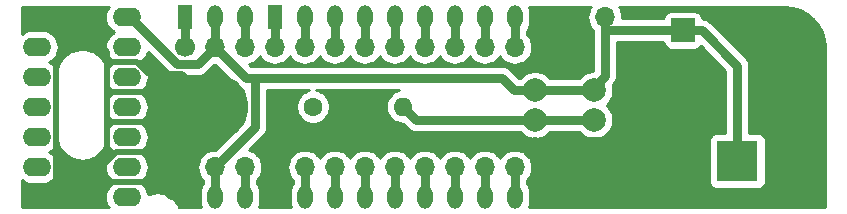
<source format=gbr>
G04 #@! TF.GenerationSoftware,KiCad,Pcbnew,(5.1.4)-1*
G04 #@! TF.CreationDate,2019-11-22T14:09:29+01:00*
G04 #@! TF.ProjectId,ArtNetNode1.3,4172744e-6574-44e6-9f64-65312e332e6b,rev?*
G04 #@! TF.SameCoordinates,Original*
G04 #@! TF.FileFunction,Copper,L1,Top*
G04 #@! TF.FilePolarity,Positive*
%FSLAX46Y46*%
G04 Gerber Fmt 4.6, Leading zero omitted, Abs format (unit mm)*
G04 Created by KiCad (PCBNEW (5.1.4)-1) date 2019-11-22 14:09:29*
%MOMM*%
%LPD*%
G04 APERTURE LIST*
%ADD10O,1.700000X1.700000*%
%ADD11R,1.700000X1.700000*%
%ADD12C,2.000000*%
%ADD13R,2.000000X2.000000*%
%ADD14C,5.600000*%
%ADD15O,1.300000X2.000000*%
%ADD16R,1.300000X2.000000*%
%ADD17C,1.700000*%
%ADD18R,3.500000X3.500000*%
%ADD19C,0.100000*%
%ADD20C,3.000000*%
%ADD21C,3.500000*%
%ADD22C,1.600000*%
%ADD23O,1.600000X1.600000*%
%ADD24R,2.400000X1.600000*%
%ADD25O,2.400000X1.600000*%
%ADD26C,0.800000*%
%ADD27C,0.508000*%
%ADD28C,0.762000*%
%ADD29C,0.254000*%
G04 APERTURE END LIST*
D10*
X210820000Y-58420000D03*
D11*
X208280000Y-58420000D03*
D10*
X175260000Y-71120000D03*
X177800000Y-71120000D03*
X180340000Y-71120000D03*
X182880000Y-71120000D03*
X185420000Y-71120000D03*
X187960000Y-71120000D03*
X190500000Y-71120000D03*
X193040000Y-71120000D03*
X195580000Y-71120000D03*
X198120000Y-71120000D03*
X200660000Y-71120000D03*
X203200000Y-71120000D03*
D12*
X209900000Y-64620000D03*
X209900000Y-67120000D03*
D13*
X209900000Y-69620000D03*
D12*
X204900000Y-69620000D03*
X204900000Y-67120000D03*
X204900000Y-64620000D03*
D13*
X217410000Y-59540000D03*
D12*
X217410000Y-64540000D03*
D14*
X177800000Y-66040000D03*
D15*
X193050000Y-58420000D03*
X195590000Y-58420000D03*
X190510000Y-58420000D03*
X177810000Y-58420000D03*
X180350000Y-58420000D03*
D16*
X182890000Y-58420000D03*
D15*
X187970000Y-58420000D03*
X185430000Y-58420000D03*
X185430000Y-73660000D03*
X187970000Y-73660000D03*
X200670000Y-58420000D03*
X190510000Y-73660000D03*
X193050000Y-73660000D03*
X203210000Y-73660000D03*
X195590000Y-73660000D03*
X203210000Y-58420000D03*
X200670000Y-73660000D03*
D16*
X175270000Y-58420000D03*
D15*
X198130000Y-73660000D03*
X198130000Y-58420000D03*
D16*
X182890000Y-73660000D03*
D15*
X180350000Y-73660000D03*
X177810000Y-73660000D03*
D16*
X175270000Y-73660000D03*
D10*
X203200000Y-60960000D03*
X200660000Y-60960000D03*
X198120000Y-60960000D03*
X195580000Y-60960000D03*
X193040000Y-60960000D03*
X190500000Y-60960000D03*
X187960000Y-60960000D03*
X185420000Y-60960000D03*
X182880000Y-60960000D03*
X180340000Y-60960000D03*
X177800000Y-60960000D03*
D17*
X175260000Y-60960000D03*
D14*
X215265000Y-71755000D03*
X226060000Y-60960000D03*
D18*
X222044000Y-70612000D03*
D19*
G36*
X228867513Y-68865611D02*
G01*
X228940318Y-68876411D01*
X229011714Y-68894295D01*
X229081013Y-68919090D01*
X229147548Y-68950559D01*
X229210678Y-68988398D01*
X229269795Y-69032242D01*
X229324330Y-69081670D01*
X229373758Y-69136205D01*
X229417602Y-69195322D01*
X229455441Y-69258452D01*
X229486910Y-69324987D01*
X229511705Y-69394286D01*
X229529589Y-69465682D01*
X229540389Y-69538487D01*
X229544000Y-69612000D01*
X229544000Y-71612000D01*
X229540389Y-71685513D01*
X229529589Y-71758318D01*
X229511705Y-71829714D01*
X229486910Y-71899013D01*
X229455441Y-71965548D01*
X229417602Y-72028678D01*
X229373758Y-72087795D01*
X229324330Y-72142330D01*
X229269795Y-72191758D01*
X229210678Y-72235602D01*
X229147548Y-72273441D01*
X229081013Y-72304910D01*
X229011714Y-72329705D01*
X228940318Y-72347589D01*
X228867513Y-72358389D01*
X228794000Y-72362000D01*
X227294000Y-72362000D01*
X227220487Y-72358389D01*
X227147682Y-72347589D01*
X227076286Y-72329705D01*
X227006987Y-72304910D01*
X226940452Y-72273441D01*
X226877322Y-72235602D01*
X226818205Y-72191758D01*
X226763670Y-72142330D01*
X226714242Y-72087795D01*
X226670398Y-72028678D01*
X226632559Y-71965548D01*
X226601090Y-71899013D01*
X226576295Y-71829714D01*
X226558411Y-71758318D01*
X226547611Y-71685513D01*
X226544000Y-71612000D01*
X226544000Y-69612000D01*
X226547611Y-69538487D01*
X226558411Y-69465682D01*
X226576295Y-69394286D01*
X226601090Y-69324987D01*
X226632559Y-69258452D01*
X226670398Y-69195322D01*
X226714242Y-69136205D01*
X226763670Y-69081670D01*
X226818205Y-69032242D01*
X226877322Y-68988398D01*
X226940452Y-68950559D01*
X227006987Y-68919090D01*
X227076286Y-68894295D01*
X227147682Y-68876411D01*
X227220487Y-68865611D01*
X227294000Y-68862000D01*
X228794000Y-68862000D01*
X228867513Y-68865611D01*
X228867513Y-68865611D01*
G37*
D20*
X228044000Y-70612000D03*
D19*
G36*
X226004765Y-64166213D02*
G01*
X226089704Y-64178813D01*
X226172999Y-64199677D01*
X226253848Y-64228605D01*
X226331472Y-64265319D01*
X226405124Y-64309464D01*
X226474094Y-64360616D01*
X226537718Y-64418282D01*
X226595384Y-64481906D01*
X226646536Y-64550876D01*
X226690681Y-64624528D01*
X226727395Y-64702152D01*
X226756323Y-64783001D01*
X226777187Y-64866296D01*
X226789787Y-64951235D01*
X226794000Y-65037000D01*
X226794000Y-66787000D01*
X226789787Y-66872765D01*
X226777187Y-66957704D01*
X226756323Y-67040999D01*
X226727395Y-67121848D01*
X226690681Y-67199472D01*
X226646536Y-67273124D01*
X226595384Y-67342094D01*
X226537718Y-67405718D01*
X226474094Y-67463384D01*
X226405124Y-67514536D01*
X226331472Y-67558681D01*
X226253848Y-67595395D01*
X226172999Y-67624323D01*
X226089704Y-67645187D01*
X226004765Y-67657787D01*
X225919000Y-67662000D01*
X224169000Y-67662000D01*
X224083235Y-67657787D01*
X223998296Y-67645187D01*
X223915001Y-67624323D01*
X223834152Y-67595395D01*
X223756528Y-67558681D01*
X223682876Y-67514536D01*
X223613906Y-67463384D01*
X223550282Y-67405718D01*
X223492616Y-67342094D01*
X223441464Y-67273124D01*
X223397319Y-67199472D01*
X223360605Y-67121848D01*
X223331677Y-67040999D01*
X223310813Y-66957704D01*
X223298213Y-66872765D01*
X223294000Y-66787000D01*
X223294000Y-65037000D01*
X223298213Y-64951235D01*
X223310813Y-64866296D01*
X223331677Y-64783001D01*
X223360605Y-64702152D01*
X223397319Y-64624528D01*
X223441464Y-64550876D01*
X223492616Y-64481906D01*
X223550282Y-64418282D01*
X223613906Y-64360616D01*
X223682876Y-64309464D01*
X223756528Y-64265319D01*
X223834152Y-64228605D01*
X223915001Y-64199677D01*
X223998296Y-64178813D01*
X224083235Y-64166213D01*
X224169000Y-64162000D01*
X225919000Y-64162000D01*
X226004765Y-64166213D01*
X226004765Y-64166213D01*
G37*
D21*
X225044000Y-65912000D03*
D22*
X186093800Y-65997600D03*
D23*
X193713800Y-65997600D03*
D24*
X162725800Y-58420000D03*
D25*
X170345800Y-73660000D03*
X162725800Y-60960000D03*
X170345800Y-71120000D03*
X162725800Y-63500000D03*
X170345800Y-68580000D03*
X162725800Y-66040000D03*
X170345800Y-66040000D03*
X162725800Y-68580000D03*
X170345800Y-63500000D03*
X162725800Y-71120000D03*
X170345800Y-60960000D03*
X162725800Y-73660000D03*
X170345800Y-58420000D03*
D26*
X182626000Y-66548000D03*
X182626000Y-65278000D03*
X183896000Y-66548000D03*
X183896000Y-65278000D03*
D27*
X193866200Y-65845200D02*
X193713800Y-65997600D01*
D28*
X193751900Y-65959500D02*
X193713800Y-65997600D01*
X194836200Y-67120000D02*
X193713800Y-65997600D01*
X204580000Y-67120000D02*
X194836200Y-67120000D01*
X204580000Y-67120000D02*
X209580000Y-67120000D01*
X177788000Y-73638000D02*
X177810000Y-73660000D01*
X177788000Y-58442000D02*
X177810000Y-58420000D01*
X170745800Y-58403000D02*
X170345800Y-58403000D01*
X170745800Y-58420000D02*
X170345800Y-58420000D01*
X217259600Y-59546000D02*
X210896500Y-59546000D01*
X177810000Y-71130000D02*
X177800000Y-71120000D01*
X177810000Y-73660000D02*
X177810000Y-71130000D01*
X177800000Y-58430000D02*
X177810000Y-58420000D01*
X177800000Y-60960000D02*
X177800000Y-58430000D01*
X180420000Y-63580000D02*
X177800000Y-60960000D01*
X176950001Y-61809999D02*
X177800000Y-60960000D01*
X176368999Y-62391001D02*
X176950001Y-61809999D01*
X174573119Y-62391001D02*
X176368999Y-62391001D01*
X170602118Y-58420000D02*
X174573119Y-62391001D01*
X170345800Y-58420000D02*
X170602118Y-58420000D01*
X210820000Y-59469500D02*
X210896500Y-59546000D01*
X210820000Y-58420000D02*
X210820000Y-59469500D01*
X181181001Y-63580999D02*
X181182000Y-63580000D01*
X181181001Y-67738999D02*
X181181001Y-63580999D01*
X177800000Y-71120000D02*
X181181001Y-67738999D01*
X182800000Y-63580000D02*
X181182000Y-63580000D01*
X181182000Y-63580000D02*
X180420000Y-63580000D01*
X222044000Y-62568400D02*
X222044000Y-70612000D01*
X217259600Y-59546000D02*
X219021600Y-59546000D01*
X219021600Y-59546000D02*
X222044000Y-62568400D01*
X210820000Y-63380000D02*
X209580000Y-64620000D01*
X210820000Y-59469500D02*
X210820000Y-63380000D01*
X209580000Y-64620000D02*
X204580000Y-64620000D01*
X202125787Y-63580000D02*
X182800000Y-63580000D01*
X203165787Y-64620000D02*
X202125787Y-63580000D01*
X204580000Y-64620000D02*
X203165787Y-64620000D01*
D27*
X165632363Y-73660000D02*
X164433800Y-73660000D01*
X174005990Y-69865990D02*
X169426373Y-69865990D01*
X175260000Y-71120000D02*
X174005990Y-69865990D01*
X174112000Y-73660000D02*
X175270000Y-73660000D01*
X172857990Y-72405990D02*
X174112000Y-73660000D01*
X164433800Y-73660000D02*
X165687810Y-72405990D01*
X162725800Y-73660000D02*
X164433800Y-73660000D01*
X163125800Y-73660000D02*
X162725800Y-73660000D01*
X164433800Y-72352000D02*
X163125800Y-73660000D01*
X162725800Y-58420000D02*
X163125800Y-58420000D01*
X165687810Y-72405990D02*
X172857990Y-72405990D01*
X162725800Y-58420000D02*
X165735000Y-58420000D01*
X168691790Y-70266790D02*
X168858682Y-70433682D01*
X165735000Y-58420000D02*
X168691790Y-61376790D01*
X169426373Y-69865990D02*
X168858682Y-70433682D01*
X168858682Y-70433682D02*
X165632363Y-73660000D01*
D28*
X173840203Y-66040000D02*
X172974000Y-66906203D01*
D27*
X164433800Y-58420000D02*
X162725800Y-58420000D01*
X164515917Y-58420000D02*
X164433800Y-58420000D01*
X172259238Y-63240001D02*
X171233247Y-62214010D01*
X175000001Y-63240001D02*
X172259238Y-63240001D01*
X177800000Y-66040000D02*
X175000001Y-63240001D01*
X168711590Y-64754010D02*
X168691790Y-64734210D01*
X172554213Y-64754010D02*
X168711590Y-64754010D01*
X173840203Y-66040000D02*
X172554213Y-64754010D01*
X168691790Y-61376790D02*
X168691790Y-64734210D01*
X168711590Y-67294010D02*
X168691790Y-67274210D01*
X172586193Y-67294010D02*
X168711590Y-67294010D01*
X173840203Y-66040000D02*
X172586193Y-67294010D01*
X177800000Y-66040000D02*
X173840203Y-66040000D01*
X168691790Y-64734210D02*
X168691790Y-67274210D01*
X168691790Y-67274210D02*
X168691790Y-70266790D01*
X171233247Y-62214010D02*
X168925990Y-62214010D01*
X164379810Y-72405990D02*
X164379810Y-62271810D01*
X163125800Y-73660000D02*
X164379810Y-72405990D01*
D28*
X203188000Y-58442000D02*
X203210000Y-58420000D01*
X203200000Y-58430000D02*
X203210000Y-58420000D01*
X203200000Y-60960000D02*
X203200000Y-58430000D01*
D29*
X163125800Y-60943000D02*
X162725800Y-60943000D01*
X200670000Y-58420000D02*
X200670000Y-58070000D01*
D28*
X200670000Y-60950000D02*
X200660000Y-60960000D01*
X200670000Y-58420000D02*
X200670000Y-60950000D01*
X198108000Y-58442000D02*
X198130000Y-58420000D01*
X198130000Y-60950000D02*
X198120000Y-60960000D01*
X198130000Y-58420000D02*
X198130000Y-60950000D01*
X195568000Y-58442000D02*
X195590000Y-58420000D01*
X195580000Y-58430000D02*
X195590000Y-58420000D01*
X195580000Y-60960000D02*
X195580000Y-58430000D01*
X193028000Y-58442000D02*
X193050000Y-58420000D01*
X193050000Y-60950000D02*
X193040000Y-60960000D01*
X193050000Y-58420000D02*
X193050000Y-60950000D01*
X190488000Y-58442000D02*
X190510000Y-58420000D01*
X190500000Y-58430000D02*
X190510000Y-58420000D01*
X190500000Y-60960000D02*
X190500000Y-58430000D01*
X187948000Y-58442000D02*
X187970000Y-58420000D01*
X187970000Y-60950000D02*
X187960000Y-60960000D01*
X187970000Y-58420000D02*
X187970000Y-60950000D01*
X185408000Y-58442000D02*
X185430000Y-58420000D01*
X185420000Y-58430000D02*
X185430000Y-58420000D01*
X185420000Y-60960000D02*
X185420000Y-58430000D01*
X182890000Y-60950000D02*
X182880000Y-60960000D01*
X182890000Y-58420000D02*
X182890000Y-60950000D01*
X180328000Y-58442000D02*
X180350000Y-58420000D01*
X180350000Y-60950000D02*
X180340000Y-60960000D01*
X180350000Y-58420000D02*
X180350000Y-60950000D01*
X175270000Y-60950000D02*
X175260000Y-60960000D01*
X175270000Y-58420000D02*
X175270000Y-60950000D01*
X180328000Y-73638000D02*
X180350000Y-73660000D01*
X180340000Y-73650000D02*
X180350000Y-73660000D01*
X180340000Y-71120000D02*
X180340000Y-73650000D01*
X185408000Y-73638000D02*
X185430000Y-73660000D01*
X185430000Y-71130000D02*
X185420000Y-71120000D01*
X185430000Y-73660000D02*
X185430000Y-71130000D01*
X187960000Y-73650000D02*
X187970000Y-73660000D01*
X187960000Y-71120000D02*
X187960000Y-73650000D01*
X190510000Y-71130000D02*
X190500000Y-71120000D01*
X190510000Y-73660000D02*
X190510000Y-71130000D01*
X193040000Y-73650000D02*
X193050000Y-73660000D01*
X193040000Y-71120000D02*
X193040000Y-73650000D01*
X195590000Y-71130000D02*
X195580000Y-71120000D01*
X195590000Y-73660000D02*
X195590000Y-71130000D01*
X198120000Y-73650000D02*
X198130000Y-73660000D01*
X198120000Y-71120000D02*
X198120000Y-73650000D01*
X200670000Y-71130000D02*
X200660000Y-71120000D01*
X200670000Y-73660000D02*
X200670000Y-71130000D01*
X203200000Y-73650000D02*
X203210000Y-73660000D01*
X203210000Y-71130000D02*
X203200000Y-71120000D01*
X203210000Y-73660000D02*
X203210000Y-71130000D01*
D29*
G36*
X173819411Y-63074134D02*
G01*
X173851223Y-63112897D01*
X174005929Y-63239861D01*
X174182432Y-63334203D01*
X174299133Y-63369604D01*
X174373947Y-63392299D01*
X174393296Y-63394205D01*
X174523217Y-63407001D01*
X174523224Y-63407001D01*
X174573118Y-63411915D01*
X174623012Y-63407001D01*
X176319097Y-63407001D01*
X176368999Y-63411916D01*
X176418901Y-63407001D01*
X176568170Y-63392299D01*
X176759686Y-63334203D01*
X176936189Y-63239861D01*
X177090895Y-63112897D01*
X177122712Y-63074128D01*
X177751840Y-62445000D01*
X177848160Y-62445000D01*
X179666292Y-64263133D01*
X179698104Y-64301896D01*
X179736865Y-64333706D01*
X179852810Y-64428860D01*
X180029313Y-64523202D01*
X180165002Y-64564363D01*
X180165001Y-67318158D01*
X177848160Y-69635000D01*
X177727050Y-69635000D01*
X177508889Y-69656487D01*
X177228966Y-69741401D01*
X176970986Y-69879294D01*
X176744866Y-70064866D01*
X176559294Y-70290986D01*
X176421401Y-70548966D01*
X176336487Y-70828889D01*
X176307815Y-71120000D01*
X176336487Y-71411111D01*
X176421401Y-71691034D01*
X176559294Y-71949014D01*
X176744866Y-72175134D01*
X176794001Y-72215458D01*
X176794000Y-72522443D01*
X176736392Y-72592639D01*
X176617071Y-72815874D01*
X176543593Y-73058097D01*
X176525000Y-73246878D01*
X176525000Y-74073123D01*
X176543593Y-74261904D01*
X176617071Y-74504127D01*
X176627693Y-74524000D01*
X174783055Y-74524000D01*
X174770408Y-74484131D01*
X174746868Y-74429209D01*
X174724048Y-74373842D01*
X174719664Y-74365736D01*
X174600256Y-74148534D01*
X174566457Y-74099171D01*
X174533357Y-74049352D01*
X174527483Y-74042252D01*
X174368161Y-73852379D01*
X174325412Y-73810516D01*
X174283273Y-73768082D01*
X174276132Y-73762258D01*
X174082965Y-73606947D01*
X174032901Y-73574186D01*
X173983315Y-73540740D01*
X173975186Y-73536418D01*
X173975181Y-73536415D01*
X173975176Y-73536413D01*
X173755524Y-73421582D01*
X173700058Y-73399173D01*
X173644919Y-73375994D01*
X173636097Y-73373330D01*
X173398321Y-73303348D01*
X173339559Y-73292139D01*
X173280962Y-73280110D01*
X173271791Y-73279211D01*
X173024951Y-73256747D01*
X172965135Y-73257165D01*
X172905318Y-73256747D01*
X172896147Y-73257646D01*
X172649644Y-73283554D01*
X172591028Y-73295586D01*
X172532284Y-73306792D01*
X172523462Y-73309456D01*
X172286686Y-73382751D01*
X172231555Y-73405926D01*
X172176080Y-73428339D01*
X172167944Y-73432666D01*
X172165483Y-73433997D01*
X172160036Y-73378691D01*
X172077982Y-73108192D01*
X171944732Y-72858899D01*
X171765408Y-72640392D01*
X171546901Y-72461068D01*
X171413942Y-72390000D01*
X171546901Y-72318932D01*
X171765408Y-72139608D01*
X171944732Y-71921101D01*
X172077982Y-71671808D01*
X172160036Y-71401309D01*
X172187743Y-71120000D01*
X172160036Y-70838691D01*
X172077982Y-70568192D01*
X171944732Y-70318899D01*
X171765408Y-70100392D01*
X171546901Y-69921068D01*
X171413942Y-69850000D01*
X171546901Y-69778932D01*
X171765408Y-69599608D01*
X171944732Y-69381101D01*
X172077982Y-69131808D01*
X172160036Y-68861309D01*
X172187743Y-68580000D01*
X172160036Y-68298691D01*
X172077982Y-68028192D01*
X171944732Y-67778899D01*
X171765408Y-67560392D01*
X171546901Y-67381068D01*
X171413942Y-67310000D01*
X171546901Y-67238932D01*
X171765408Y-67059608D01*
X171944732Y-66841101D01*
X172077982Y-66591808D01*
X172160036Y-66321309D01*
X172187743Y-66040000D01*
X172160036Y-65758691D01*
X172077982Y-65488192D01*
X171944732Y-65238899D01*
X171765408Y-65020392D01*
X171546901Y-64841068D01*
X171413942Y-64770000D01*
X171546901Y-64698932D01*
X171765408Y-64519608D01*
X171944732Y-64301101D01*
X172077982Y-64051808D01*
X172160036Y-63781309D01*
X172187743Y-63500000D01*
X172160036Y-63218691D01*
X172077982Y-62948192D01*
X171944732Y-62698899D01*
X171765408Y-62480392D01*
X171546901Y-62301068D01*
X171413942Y-62230000D01*
X171546901Y-62158932D01*
X171765408Y-61979608D01*
X171944732Y-61761101D01*
X172077982Y-61511808D01*
X172119667Y-61374390D01*
X173819411Y-63074134D01*
X173819411Y-63074134D01*
G37*
X173819411Y-63074134D02*
X173851223Y-63112897D01*
X174005929Y-63239861D01*
X174182432Y-63334203D01*
X174299133Y-63369604D01*
X174373947Y-63392299D01*
X174393296Y-63394205D01*
X174523217Y-63407001D01*
X174523224Y-63407001D01*
X174573118Y-63411915D01*
X174623012Y-63407001D01*
X176319097Y-63407001D01*
X176368999Y-63411916D01*
X176418901Y-63407001D01*
X176568170Y-63392299D01*
X176759686Y-63334203D01*
X176936189Y-63239861D01*
X177090895Y-63112897D01*
X177122712Y-63074128D01*
X177751840Y-62445000D01*
X177848160Y-62445000D01*
X179666292Y-64263133D01*
X179698104Y-64301896D01*
X179736865Y-64333706D01*
X179852810Y-64428860D01*
X180029313Y-64523202D01*
X180165002Y-64564363D01*
X180165001Y-67318158D01*
X177848160Y-69635000D01*
X177727050Y-69635000D01*
X177508889Y-69656487D01*
X177228966Y-69741401D01*
X176970986Y-69879294D01*
X176744866Y-70064866D01*
X176559294Y-70290986D01*
X176421401Y-70548966D01*
X176336487Y-70828889D01*
X176307815Y-71120000D01*
X176336487Y-71411111D01*
X176421401Y-71691034D01*
X176559294Y-71949014D01*
X176744866Y-72175134D01*
X176794001Y-72215458D01*
X176794000Y-72522443D01*
X176736392Y-72592639D01*
X176617071Y-72815874D01*
X176543593Y-73058097D01*
X176525000Y-73246878D01*
X176525000Y-74073123D01*
X176543593Y-74261904D01*
X176617071Y-74504127D01*
X176627693Y-74524000D01*
X174783055Y-74524000D01*
X174770408Y-74484131D01*
X174746868Y-74429209D01*
X174724048Y-74373842D01*
X174719664Y-74365736D01*
X174600256Y-74148534D01*
X174566457Y-74099171D01*
X174533357Y-74049352D01*
X174527483Y-74042252D01*
X174368161Y-73852379D01*
X174325412Y-73810516D01*
X174283273Y-73768082D01*
X174276132Y-73762258D01*
X174082965Y-73606947D01*
X174032901Y-73574186D01*
X173983315Y-73540740D01*
X173975186Y-73536418D01*
X173975181Y-73536415D01*
X173975176Y-73536413D01*
X173755524Y-73421582D01*
X173700058Y-73399173D01*
X173644919Y-73375994D01*
X173636097Y-73373330D01*
X173398321Y-73303348D01*
X173339559Y-73292139D01*
X173280962Y-73280110D01*
X173271791Y-73279211D01*
X173024951Y-73256747D01*
X172965135Y-73257165D01*
X172905318Y-73256747D01*
X172896147Y-73257646D01*
X172649644Y-73283554D01*
X172591028Y-73295586D01*
X172532284Y-73306792D01*
X172523462Y-73309456D01*
X172286686Y-73382751D01*
X172231555Y-73405926D01*
X172176080Y-73428339D01*
X172167944Y-73432666D01*
X172165483Y-73433997D01*
X172160036Y-73378691D01*
X172077982Y-73108192D01*
X171944732Y-72858899D01*
X171765408Y-72640392D01*
X171546901Y-72461068D01*
X171413942Y-72390000D01*
X171546901Y-72318932D01*
X171765408Y-72139608D01*
X171944732Y-71921101D01*
X172077982Y-71671808D01*
X172160036Y-71401309D01*
X172187743Y-71120000D01*
X172160036Y-70838691D01*
X172077982Y-70568192D01*
X171944732Y-70318899D01*
X171765408Y-70100392D01*
X171546901Y-69921068D01*
X171413942Y-69850000D01*
X171546901Y-69778932D01*
X171765408Y-69599608D01*
X171944732Y-69381101D01*
X172077982Y-69131808D01*
X172160036Y-68861309D01*
X172187743Y-68580000D01*
X172160036Y-68298691D01*
X172077982Y-68028192D01*
X171944732Y-67778899D01*
X171765408Y-67560392D01*
X171546901Y-67381068D01*
X171413942Y-67310000D01*
X171546901Y-67238932D01*
X171765408Y-67059608D01*
X171944732Y-66841101D01*
X172077982Y-66591808D01*
X172160036Y-66321309D01*
X172187743Y-66040000D01*
X172160036Y-65758691D01*
X172077982Y-65488192D01*
X171944732Y-65238899D01*
X171765408Y-65020392D01*
X171546901Y-64841068D01*
X171413942Y-64770000D01*
X171546901Y-64698932D01*
X171765408Y-64519608D01*
X171944732Y-64301101D01*
X172077982Y-64051808D01*
X172160036Y-63781309D01*
X172187743Y-63500000D01*
X172160036Y-63218691D01*
X172077982Y-62948192D01*
X171944732Y-62698899D01*
X171765408Y-62480392D01*
X171546901Y-62301068D01*
X171413942Y-62230000D01*
X171546901Y-62158932D01*
X171765408Y-61979608D01*
X171944732Y-61761101D01*
X172077982Y-61511808D01*
X172119667Y-61374390D01*
X173819411Y-63074134D01*
G36*
X164533872Y-69185132D02*
G01*
X164557450Y-69240142D01*
X164580232Y-69295417D01*
X164584615Y-69303523D01*
X164727904Y-69564166D01*
X164761692Y-69613513D01*
X164794804Y-69663350D01*
X164800678Y-69670450D01*
X164991864Y-69898296D01*
X165034561Y-69940107D01*
X165076753Y-69982595D01*
X165083894Y-69988419D01*
X165315695Y-70174792D01*
X165365742Y-70207542D01*
X165415343Y-70240998D01*
X165423479Y-70245324D01*
X165687066Y-70383123D01*
X165742508Y-70405522D01*
X165797672Y-70428712D01*
X165806494Y-70431375D01*
X166091824Y-70515353D01*
X166150578Y-70526561D01*
X166209182Y-70538591D01*
X166218354Y-70539490D01*
X166514561Y-70566447D01*
X166574379Y-70566029D01*
X166634196Y-70566447D01*
X166643367Y-70565548D01*
X166939171Y-70534458D01*
X166997768Y-70522429D01*
X167056530Y-70511220D01*
X167065352Y-70508556D01*
X167349483Y-70420602D01*
X167404615Y-70397427D01*
X167460089Y-70375014D01*
X167468226Y-70370687D01*
X167729862Y-70229221D01*
X167779429Y-70195788D01*
X167829508Y-70163017D01*
X167836649Y-70157193D01*
X168065824Y-69967603D01*
X168107946Y-69925185D01*
X168150716Y-69883303D01*
X168156590Y-69876202D01*
X168344576Y-69645708D01*
X168377691Y-69595866D01*
X168411475Y-69546526D01*
X168415858Y-69538419D01*
X168555494Y-69275801D01*
X168578288Y-69220499D01*
X168601854Y-69165516D01*
X168604579Y-69156713D01*
X168612856Y-69129297D01*
X168613618Y-69131808D01*
X168746868Y-69381101D01*
X168926192Y-69599608D01*
X169144699Y-69778932D01*
X169277658Y-69850000D01*
X169144699Y-69921068D01*
X168926192Y-70100392D01*
X168746868Y-70318899D01*
X168613618Y-70568192D01*
X168531564Y-70838691D01*
X168503857Y-71120000D01*
X168531564Y-71401309D01*
X168613618Y-71671808D01*
X168746868Y-71921101D01*
X168926192Y-72139608D01*
X169144699Y-72318932D01*
X169277658Y-72390000D01*
X169144699Y-72461068D01*
X168926192Y-72640392D01*
X168746868Y-72858899D01*
X168613618Y-73108192D01*
X168531564Y-73378691D01*
X168503857Y-73660000D01*
X168531564Y-73941309D01*
X168613618Y-74211808D01*
X168746868Y-74461101D01*
X168798488Y-74524000D01*
X161442000Y-74524000D01*
X161442000Y-72251063D01*
X161524699Y-72318932D01*
X161773992Y-72452182D01*
X162044491Y-72534236D01*
X162255308Y-72555000D01*
X163196292Y-72555000D01*
X163407109Y-72534236D01*
X163677608Y-72452182D01*
X163926901Y-72318932D01*
X164145408Y-72139608D01*
X164324732Y-71921101D01*
X164457982Y-71671808D01*
X164540036Y-71401309D01*
X164567743Y-71120000D01*
X164540036Y-70838691D01*
X164457982Y-70568192D01*
X164324732Y-70318899D01*
X164145408Y-70100392D01*
X163926901Y-69921068D01*
X163793942Y-69850000D01*
X163926901Y-69778932D01*
X164145408Y-69599608D01*
X164324732Y-69381101D01*
X164457982Y-69131808D01*
X164486810Y-69036774D01*
X164533872Y-69185132D01*
X164533872Y-69185132D01*
G37*
X164533872Y-69185132D02*
X164557450Y-69240142D01*
X164580232Y-69295417D01*
X164584615Y-69303523D01*
X164727904Y-69564166D01*
X164761692Y-69613513D01*
X164794804Y-69663350D01*
X164800678Y-69670450D01*
X164991864Y-69898296D01*
X165034561Y-69940107D01*
X165076753Y-69982595D01*
X165083894Y-69988419D01*
X165315695Y-70174792D01*
X165365742Y-70207542D01*
X165415343Y-70240998D01*
X165423479Y-70245324D01*
X165687066Y-70383123D01*
X165742508Y-70405522D01*
X165797672Y-70428712D01*
X165806494Y-70431375D01*
X166091824Y-70515353D01*
X166150578Y-70526561D01*
X166209182Y-70538591D01*
X166218354Y-70539490D01*
X166514561Y-70566447D01*
X166574379Y-70566029D01*
X166634196Y-70566447D01*
X166643367Y-70565548D01*
X166939171Y-70534458D01*
X166997768Y-70522429D01*
X167056530Y-70511220D01*
X167065352Y-70508556D01*
X167349483Y-70420602D01*
X167404615Y-70397427D01*
X167460089Y-70375014D01*
X167468226Y-70370687D01*
X167729862Y-70229221D01*
X167779429Y-70195788D01*
X167829508Y-70163017D01*
X167836649Y-70157193D01*
X168065824Y-69967603D01*
X168107946Y-69925185D01*
X168150716Y-69883303D01*
X168156590Y-69876202D01*
X168344576Y-69645708D01*
X168377691Y-69595866D01*
X168411475Y-69546526D01*
X168415858Y-69538419D01*
X168555494Y-69275801D01*
X168578288Y-69220499D01*
X168601854Y-69165516D01*
X168604579Y-69156713D01*
X168612856Y-69129297D01*
X168613618Y-69131808D01*
X168746868Y-69381101D01*
X168926192Y-69599608D01*
X169144699Y-69778932D01*
X169277658Y-69850000D01*
X169144699Y-69921068D01*
X168926192Y-70100392D01*
X168746868Y-70318899D01*
X168613618Y-70568192D01*
X168531564Y-70838691D01*
X168503857Y-71120000D01*
X168531564Y-71401309D01*
X168613618Y-71671808D01*
X168746868Y-71921101D01*
X168926192Y-72139608D01*
X169144699Y-72318932D01*
X169277658Y-72390000D01*
X169144699Y-72461068D01*
X168926192Y-72640392D01*
X168746868Y-72858899D01*
X168613618Y-73108192D01*
X168531564Y-73378691D01*
X168503857Y-73660000D01*
X168531564Y-73941309D01*
X168613618Y-74211808D01*
X168746868Y-74461101D01*
X168798488Y-74524000D01*
X161442000Y-74524000D01*
X161442000Y-72251063D01*
X161524699Y-72318932D01*
X161773992Y-72452182D01*
X162044491Y-72534236D01*
X162255308Y-72555000D01*
X163196292Y-72555000D01*
X163407109Y-72534236D01*
X163677608Y-72452182D01*
X163926901Y-72318932D01*
X164145408Y-72139608D01*
X164324732Y-71921101D01*
X164457982Y-71671808D01*
X164540036Y-71401309D01*
X164567743Y-71120000D01*
X164540036Y-70838691D01*
X164457982Y-70568192D01*
X164324732Y-70318899D01*
X164145408Y-70100392D01*
X163926901Y-69921068D01*
X163793942Y-69850000D01*
X163926901Y-69778932D01*
X164145408Y-69599608D01*
X164324732Y-69381101D01*
X164457982Y-69131808D01*
X164486810Y-69036774D01*
X164533872Y-69185132D01*
G36*
X226720558Y-57623933D02*
G01*
X227355960Y-57815772D01*
X227941994Y-58127373D01*
X228456347Y-58546870D01*
X228879419Y-59058275D01*
X229195104Y-59642123D01*
X229391375Y-60276170D01*
X229464000Y-60967155D01*
X229464001Y-74524000D01*
X204392307Y-74524000D01*
X204402929Y-74504127D01*
X204476407Y-74261903D01*
X204495000Y-74073122D01*
X204495000Y-73246877D01*
X204476407Y-73058096D01*
X204402929Y-72815873D01*
X204283608Y-72592638D01*
X204226000Y-72522443D01*
X204226000Y-72199044D01*
X204255134Y-72175134D01*
X204440706Y-71949014D01*
X204578599Y-71691034D01*
X204663513Y-71411111D01*
X204692185Y-71120000D01*
X204663513Y-70828889D01*
X204578599Y-70548966D01*
X204440706Y-70290986D01*
X204255134Y-70064866D01*
X204029014Y-69879294D01*
X203771034Y-69741401D01*
X203491111Y-69656487D01*
X203272950Y-69635000D01*
X203127050Y-69635000D01*
X202908889Y-69656487D01*
X202628966Y-69741401D01*
X202370986Y-69879294D01*
X202144866Y-70064866D01*
X201959294Y-70290986D01*
X201930000Y-70345791D01*
X201900706Y-70290986D01*
X201715134Y-70064866D01*
X201489014Y-69879294D01*
X201231034Y-69741401D01*
X200951111Y-69656487D01*
X200732950Y-69635000D01*
X200587050Y-69635000D01*
X200368889Y-69656487D01*
X200088966Y-69741401D01*
X199830986Y-69879294D01*
X199604866Y-70064866D01*
X199419294Y-70290986D01*
X199390000Y-70345791D01*
X199360706Y-70290986D01*
X199175134Y-70064866D01*
X198949014Y-69879294D01*
X198691034Y-69741401D01*
X198411111Y-69656487D01*
X198192950Y-69635000D01*
X198047050Y-69635000D01*
X197828889Y-69656487D01*
X197548966Y-69741401D01*
X197290986Y-69879294D01*
X197064866Y-70064866D01*
X196879294Y-70290986D01*
X196850000Y-70345791D01*
X196820706Y-70290986D01*
X196635134Y-70064866D01*
X196409014Y-69879294D01*
X196151034Y-69741401D01*
X195871111Y-69656487D01*
X195652950Y-69635000D01*
X195507050Y-69635000D01*
X195288889Y-69656487D01*
X195008966Y-69741401D01*
X194750986Y-69879294D01*
X194524866Y-70064866D01*
X194339294Y-70290986D01*
X194310000Y-70345791D01*
X194280706Y-70290986D01*
X194095134Y-70064866D01*
X193869014Y-69879294D01*
X193611034Y-69741401D01*
X193331111Y-69656487D01*
X193112950Y-69635000D01*
X192967050Y-69635000D01*
X192748889Y-69656487D01*
X192468966Y-69741401D01*
X192210986Y-69879294D01*
X191984866Y-70064866D01*
X191799294Y-70290986D01*
X191770000Y-70345791D01*
X191740706Y-70290986D01*
X191555134Y-70064866D01*
X191329014Y-69879294D01*
X191071034Y-69741401D01*
X190791111Y-69656487D01*
X190572950Y-69635000D01*
X190427050Y-69635000D01*
X190208889Y-69656487D01*
X189928966Y-69741401D01*
X189670986Y-69879294D01*
X189444866Y-70064866D01*
X189259294Y-70290986D01*
X189230000Y-70345791D01*
X189200706Y-70290986D01*
X189015134Y-70064866D01*
X188789014Y-69879294D01*
X188531034Y-69741401D01*
X188251111Y-69656487D01*
X188032950Y-69635000D01*
X187887050Y-69635000D01*
X187668889Y-69656487D01*
X187388966Y-69741401D01*
X187130986Y-69879294D01*
X186904866Y-70064866D01*
X186719294Y-70290986D01*
X186690000Y-70345791D01*
X186660706Y-70290986D01*
X186475134Y-70064866D01*
X186249014Y-69879294D01*
X185991034Y-69741401D01*
X185711111Y-69656487D01*
X185492950Y-69635000D01*
X185347050Y-69635000D01*
X185128889Y-69656487D01*
X184848966Y-69741401D01*
X184590986Y-69879294D01*
X184364866Y-70064866D01*
X184179294Y-70290986D01*
X184041401Y-70548966D01*
X183956487Y-70828889D01*
X183927815Y-71120000D01*
X183956487Y-71411111D01*
X184041401Y-71691034D01*
X184179294Y-71949014D01*
X184364866Y-72175134D01*
X184414001Y-72215458D01*
X184414000Y-72522443D01*
X184356392Y-72592639D01*
X184237071Y-72815874D01*
X184163593Y-73058097D01*
X184145000Y-73246878D01*
X184145000Y-74073123D01*
X184163593Y-74261904D01*
X184237071Y-74504127D01*
X184247693Y-74524000D01*
X181532307Y-74524000D01*
X181542929Y-74504127D01*
X181616407Y-74261903D01*
X181635000Y-74073122D01*
X181635000Y-73246877D01*
X181616407Y-73058096D01*
X181542929Y-72815873D01*
X181423608Y-72592638D01*
X181356000Y-72510258D01*
X181356000Y-72207250D01*
X181395134Y-72175134D01*
X181580706Y-71949014D01*
X181718599Y-71691034D01*
X181803513Y-71411111D01*
X181832185Y-71120000D01*
X181803513Y-70828889D01*
X181718599Y-70548966D01*
X181580706Y-70290986D01*
X181395134Y-70064866D01*
X181169014Y-69879294D01*
X180911034Y-69741401D01*
X180684238Y-69672603D01*
X181864134Y-68492707D01*
X181902897Y-68460895D01*
X182029861Y-68306189D01*
X182124203Y-68129686D01*
X182173232Y-67968060D01*
X182182299Y-67938171D01*
X182192413Y-67835480D01*
X182197001Y-67788901D01*
X182197001Y-67788894D01*
X182201915Y-67739000D01*
X182197001Y-67689106D01*
X182197001Y-64596000D01*
X185784554Y-64596000D01*
X185675226Y-64617747D01*
X185414073Y-64725920D01*
X185179041Y-64882963D01*
X184979163Y-65082841D01*
X184822120Y-65317873D01*
X184713947Y-65579026D01*
X184658800Y-65856265D01*
X184658800Y-66138935D01*
X184713947Y-66416174D01*
X184822120Y-66677327D01*
X184979163Y-66912359D01*
X185179041Y-67112237D01*
X185414073Y-67269280D01*
X185675226Y-67377453D01*
X185952465Y-67432600D01*
X186235135Y-67432600D01*
X186512374Y-67377453D01*
X186773527Y-67269280D01*
X187008559Y-67112237D01*
X187208437Y-66912359D01*
X187365480Y-66677327D01*
X187473653Y-66416174D01*
X187528800Y-66138935D01*
X187528800Y-65856265D01*
X187473653Y-65579026D01*
X187365480Y-65317873D01*
X187208437Y-65082841D01*
X187008559Y-64882963D01*
X186773527Y-64725920D01*
X186512374Y-64617747D01*
X186403046Y-64596000D01*
X193390835Y-64596000D01*
X193161992Y-64665418D01*
X192912699Y-64798668D01*
X192694192Y-64977992D01*
X192514868Y-65196499D01*
X192381618Y-65445792D01*
X192299564Y-65716291D01*
X192271857Y-65997600D01*
X192299564Y-66278909D01*
X192381618Y-66549408D01*
X192514868Y-66798701D01*
X192694192Y-67017208D01*
X192912699Y-67196532D01*
X193161992Y-67329782D01*
X193432491Y-67411836D01*
X193643308Y-67432600D01*
X193711959Y-67432600D01*
X194082492Y-67803133D01*
X194114304Y-67841896D01*
X194269010Y-67968860D01*
X194445513Y-68063202D01*
X194637029Y-68121298D01*
X194786298Y-68136000D01*
X194786305Y-68136000D01*
X194836199Y-68140914D01*
X194886093Y-68136000D01*
X203612472Y-68136000D01*
X203630013Y-68162252D01*
X203857748Y-68389987D01*
X204125537Y-68568918D01*
X204423088Y-68692168D01*
X204738967Y-68755000D01*
X205061033Y-68755000D01*
X205376912Y-68692168D01*
X205674463Y-68568918D01*
X205942252Y-68389987D01*
X206169987Y-68162252D01*
X206187528Y-68136000D01*
X208612472Y-68136000D01*
X208630013Y-68162252D01*
X208857748Y-68389987D01*
X209125537Y-68568918D01*
X209423088Y-68692168D01*
X209738967Y-68755000D01*
X210061033Y-68755000D01*
X210376912Y-68692168D01*
X210674463Y-68568918D01*
X210942252Y-68389987D01*
X211169987Y-68162252D01*
X211348918Y-67894463D01*
X211472168Y-67596912D01*
X211535000Y-67281033D01*
X211535000Y-66958967D01*
X211472168Y-66643088D01*
X211348918Y-66345537D01*
X211169987Y-66077748D01*
X210962239Y-65870000D01*
X211169987Y-65662252D01*
X211348918Y-65394463D01*
X211472168Y-65096912D01*
X211535000Y-64781033D01*
X211535000Y-64458967D01*
X211475749Y-64161092D01*
X211503133Y-64133708D01*
X211541896Y-64101896D01*
X211668860Y-63947190D01*
X211763202Y-63770687D01*
X211821298Y-63579171D01*
X211836000Y-63429902D01*
X211840915Y-63380000D01*
X211836000Y-63330098D01*
X211836000Y-60562000D01*
X215774095Y-60562000D01*
X215784188Y-60664482D01*
X215820498Y-60784180D01*
X215879463Y-60894494D01*
X215958815Y-60991185D01*
X216055506Y-61070537D01*
X216165820Y-61129502D01*
X216285518Y-61165812D01*
X216410000Y-61178072D01*
X218410000Y-61178072D01*
X218534482Y-61165812D01*
X218654180Y-61129502D01*
X218764494Y-61070537D01*
X218861185Y-60991185D01*
X218937254Y-60898494D01*
X221028000Y-62989241D01*
X221028001Y-68223928D01*
X220294000Y-68223928D01*
X220169518Y-68236188D01*
X220049820Y-68272498D01*
X219939506Y-68331463D01*
X219842815Y-68410815D01*
X219763463Y-68507506D01*
X219704498Y-68617820D01*
X219668188Y-68737518D01*
X219655928Y-68862000D01*
X219655928Y-72362000D01*
X219668188Y-72486482D01*
X219704498Y-72606180D01*
X219763463Y-72716494D01*
X219842815Y-72813185D01*
X219939506Y-72892537D01*
X220049820Y-72951502D01*
X220169518Y-72987812D01*
X220294000Y-73000072D01*
X223794000Y-73000072D01*
X223918482Y-72987812D01*
X224038180Y-72951502D01*
X224148494Y-72892537D01*
X224245185Y-72813185D01*
X224324537Y-72716494D01*
X224383502Y-72606180D01*
X224419812Y-72486482D01*
X224432072Y-72362000D01*
X224432072Y-68862000D01*
X224419812Y-68737518D01*
X224383502Y-68617820D01*
X224324537Y-68507506D01*
X224245185Y-68410815D01*
X224148494Y-68331463D01*
X224038180Y-68272498D01*
X223918482Y-68236188D01*
X223794000Y-68223928D01*
X223060000Y-68223928D01*
X223060000Y-62618301D01*
X223064915Y-62568399D01*
X223045298Y-62369229D01*
X223030627Y-62320866D01*
X222987202Y-62177713D01*
X222892860Y-62001210D01*
X222765896Y-61846504D01*
X222727133Y-61814692D01*
X219775312Y-58862872D01*
X219743496Y-58824104D01*
X219588790Y-58697140D01*
X219412287Y-58602798D01*
X219220771Y-58544702D01*
X219071502Y-58530000D01*
X219046848Y-58527572D01*
X219035812Y-58415518D01*
X218999502Y-58295820D01*
X218940537Y-58185506D01*
X218861185Y-58088815D01*
X218764494Y-58009463D01*
X218654180Y-57950498D01*
X218534482Y-57914188D01*
X218410000Y-57901928D01*
X216410000Y-57901928D01*
X216285518Y-57914188D01*
X216165820Y-57950498D01*
X216055506Y-58009463D01*
X215958815Y-58088815D01*
X215879463Y-58185506D01*
X215820498Y-58295820D01*
X215784188Y-58415518D01*
X215772913Y-58530000D01*
X212301351Y-58530000D01*
X212312185Y-58420000D01*
X212283513Y-58128889D01*
X212198599Y-57848966D01*
X212060706Y-57590986D01*
X212031994Y-57556000D01*
X226027721Y-57556000D01*
X226720558Y-57623933D01*
X226720558Y-57623933D01*
G37*
X226720558Y-57623933D02*
X227355960Y-57815772D01*
X227941994Y-58127373D01*
X228456347Y-58546870D01*
X228879419Y-59058275D01*
X229195104Y-59642123D01*
X229391375Y-60276170D01*
X229464000Y-60967155D01*
X229464001Y-74524000D01*
X204392307Y-74524000D01*
X204402929Y-74504127D01*
X204476407Y-74261903D01*
X204495000Y-74073122D01*
X204495000Y-73246877D01*
X204476407Y-73058096D01*
X204402929Y-72815873D01*
X204283608Y-72592638D01*
X204226000Y-72522443D01*
X204226000Y-72199044D01*
X204255134Y-72175134D01*
X204440706Y-71949014D01*
X204578599Y-71691034D01*
X204663513Y-71411111D01*
X204692185Y-71120000D01*
X204663513Y-70828889D01*
X204578599Y-70548966D01*
X204440706Y-70290986D01*
X204255134Y-70064866D01*
X204029014Y-69879294D01*
X203771034Y-69741401D01*
X203491111Y-69656487D01*
X203272950Y-69635000D01*
X203127050Y-69635000D01*
X202908889Y-69656487D01*
X202628966Y-69741401D01*
X202370986Y-69879294D01*
X202144866Y-70064866D01*
X201959294Y-70290986D01*
X201930000Y-70345791D01*
X201900706Y-70290986D01*
X201715134Y-70064866D01*
X201489014Y-69879294D01*
X201231034Y-69741401D01*
X200951111Y-69656487D01*
X200732950Y-69635000D01*
X200587050Y-69635000D01*
X200368889Y-69656487D01*
X200088966Y-69741401D01*
X199830986Y-69879294D01*
X199604866Y-70064866D01*
X199419294Y-70290986D01*
X199390000Y-70345791D01*
X199360706Y-70290986D01*
X199175134Y-70064866D01*
X198949014Y-69879294D01*
X198691034Y-69741401D01*
X198411111Y-69656487D01*
X198192950Y-69635000D01*
X198047050Y-69635000D01*
X197828889Y-69656487D01*
X197548966Y-69741401D01*
X197290986Y-69879294D01*
X197064866Y-70064866D01*
X196879294Y-70290986D01*
X196850000Y-70345791D01*
X196820706Y-70290986D01*
X196635134Y-70064866D01*
X196409014Y-69879294D01*
X196151034Y-69741401D01*
X195871111Y-69656487D01*
X195652950Y-69635000D01*
X195507050Y-69635000D01*
X195288889Y-69656487D01*
X195008966Y-69741401D01*
X194750986Y-69879294D01*
X194524866Y-70064866D01*
X194339294Y-70290986D01*
X194310000Y-70345791D01*
X194280706Y-70290986D01*
X194095134Y-70064866D01*
X193869014Y-69879294D01*
X193611034Y-69741401D01*
X193331111Y-69656487D01*
X193112950Y-69635000D01*
X192967050Y-69635000D01*
X192748889Y-69656487D01*
X192468966Y-69741401D01*
X192210986Y-69879294D01*
X191984866Y-70064866D01*
X191799294Y-70290986D01*
X191770000Y-70345791D01*
X191740706Y-70290986D01*
X191555134Y-70064866D01*
X191329014Y-69879294D01*
X191071034Y-69741401D01*
X190791111Y-69656487D01*
X190572950Y-69635000D01*
X190427050Y-69635000D01*
X190208889Y-69656487D01*
X189928966Y-69741401D01*
X189670986Y-69879294D01*
X189444866Y-70064866D01*
X189259294Y-70290986D01*
X189230000Y-70345791D01*
X189200706Y-70290986D01*
X189015134Y-70064866D01*
X188789014Y-69879294D01*
X188531034Y-69741401D01*
X188251111Y-69656487D01*
X188032950Y-69635000D01*
X187887050Y-69635000D01*
X187668889Y-69656487D01*
X187388966Y-69741401D01*
X187130986Y-69879294D01*
X186904866Y-70064866D01*
X186719294Y-70290986D01*
X186690000Y-70345791D01*
X186660706Y-70290986D01*
X186475134Y-70064866D01*
X186249014Y-69879294D01*
X185991034Y-69741401D01*
X185711111Y-69656487D01*
X185492950Y-69635000D01*
X185347050Y-69635000D01*
X185128889Y-69656487D01*
X184848966Y-69741401D01*
X184590986Y-69879294D01*
X184364866Y-70064866D01*
X184179294Y-70290986D01*
X184041401Y-70548966D01*
X183956487Y-70828889D01*
X183927815Y-71120000D01*
X183956487Y-71411111D01*
X184041401Y-71691034D01*
X184179294Y-71949014D01*
X184364866Y-72175134D01*
X184414001Y-72215458D01*
X184414000Y-72522443D01*
X184356392Y-72592639D01*
X184237071Y-72815874D01*
X184163593Y-73058097D01*
X184145000Y-73246878D01*
X184145000Y-74073123D01*
X184163593Y-74261904D01*
X184237071Y-74504127D01*
X184247693Y-74524000D01*
X181532307Y-74524000D01*
X181542929Y-74504127D01*
X181616407Y-74261903D01*
X181635000Y-74073122D01*
X181635000Y-73246877D01*
X181616407Y-73058096D01*
X181542929Y-72815873D01*
X181423608Y-72592638D01*
X181356000Y-72510258D01*
X181356000Y-72207250D01*
X181395134Y-72175134D01*
X181580706Y-71949014D01*
X181718599Y-71691034D01*
X181803513Y-71411111D01*
X181832185Y-71120000D01*
X181803513Y-70828889D01*
X181718599Y-70548966D01*
X181580706Y-70290986D01*
X181395134Y-70064866D01*
X181169014Y-69879294D01*
X180911034Y-69741401D01*
X180684238Y-69672603D01*
X181864134Y-68492707D01*
X181902897Y-68460895D01*
X182029861Y-68306189D01*
X182124203Y-68129686D01*
X182173232Y-67968060D01*
X182182299Y-67938171D01*
X182192413Y-67835480D01*
X182197001Y-67788901D01*
X182197001Y-67788894D01*
X182201915Y-67739000D01*
X182197001Y-67689106D01*
X182197001Y-64596000D01*
X185784554Y-64596000D01*
X185675226Y-64617747D01*
X185414073Y-64725920D01*
X185179041Y-64882963D01*
X184979163Y-65082841D01*
X184822120Y-65317873D01*
X184713947Y-65579026D01*
X184658800Y-65856265D01*
X184658800Y-66138935D01*
X184713947Y-66416174D01*
X184822120Y-66677327D01*
X184979163Y-66912359D01*
X185179041Y-67112237D01*
X185414073Y-67269280D01*
X185675226Y-67377453D01*
X185952465Y-67432600D01*
X186235135Y-67432600D01*
X186512374Y-67377453D01*
X186773527Y-67269280D01*
X187008559Y-67112237D01*
X187208437Y-66912359D01*
X187365480Y-66677327D01*
X187473653Y-66416174D01*
X187528800Y-66138935D01*
X187528800Y-65856265D01*
X187473653Y-65579026D01*
X187365480Y-65317873D01*
X187208437Y-65082841D01*
X187008559Y-64882963D01*
X186773527Y-64725920D01*
X186512374Y-64617747D01*
X186403046Y-64596000D01*
X193390835Y-64596000D01*
X193161992Y-64665418D01*
X192912699Y-64798668D01*
X192694192Y-64977992D01*
X192514868Y-65196499D01*
X192381618Y-65445792D01*
X192299564Y-65716291D01*
X192271857Y-65997600D01*
X192299564Y-66278909D01*
X192381618Y-66549408D01*
X192514868Y-66798701D01*
X192694192Y-67017208D01*
X192912699Y-67196532D01*
X193161992Y-67329782D01*
X193432491Y-67411836D01*
X193643308Y-67432600D01*
X193711959Y-67432600D01*
X194082492Y-67803133D01*
X194114304Y-67841896D01*
X194269010Y-67968860D01*
X194445513Y-68063202D01*
X194637029Y-68121298D01*
X194786298Y-68136000D01*
X194786305Y-68136000D01*
X194836199Y-68140914D01*
X194886093Y-68136000D01*
X203612472Y-68136000D01*
X203630013Y-68162252D01*
X203857748Y-68389987D01*
X204125537Y-68568918D01*
X204423088Y-68692168D01*
X204738967Y-68755000D01*
X205061033Y-68755000D01*
X205376912Y-68692168D01*
X205674463Y-68568918D01*
X205942252Y-68389987D01*
X206169987Y-68162252D01*
X206187528Y-68136000D01*
X208612472Y-68136000D01*
X208630013Y-68162252D01*
X208857748Y-68389987D01*
X209125537Y-68568918D01*
X209423088Y-68692168D01*
X209738967Y-68755000D01*
X210061033Y-68755000D01*
X210376912Y-68692168D01*
X210674463Y-68568918D01*
X210942252Y-68389987D01*
X211169987Y-68162252D01*
X211348918Y-67894463D01*
X211472168Y-67596912D01*
X211535000Y-67281033D01*
X211535000Y-66958967D01*
X211472168Y-66643088D01*
X211348918Y-66345537D01*
X211169987Y-66077748D01*
X210962239Y-65870000D01*
X211169987Y-65662252D01*
X211348918Y-65394463D01*
X211472168Y-65096912D01*
X211535000Y-64781033D01*
X211535000Y-64458967D01*
X211475749Y-64161092D01*
X211503133Y-64133708D01*
X211541896Y-64101896D01*
X211668860Y-63947190D01*
X211763202Y-63770687D01*
X211821298Y-63579171D01*
X211836000Y-63429902D01*
X211840915Y-63380000D01*
X211836000Y-63330098D01*
X211836000Y-60562000D01*
X215774095Y-60562000D01*
X215784188Y-60664482D01*
X215820498Y-60784180D01*
X215879463Y-60894494D01*
X215958815Y-60991185D01*
X216055506Y-61070537D01*
X216165820Y-61129502D01*
X216285518Y-61165812D01*
X216410000Y-61178072D01*
X218410000Y-61178072D01*
X218534482Y-61165812D01*
X218654180Y-61129502D01*
X218764494Y-61070537D01*
X218861185Y-60991185D01*
X218937254Y-60898494D01*
X221028000Y-62989241D01*
X221028001Y-68223928D01*
X220294000Y-68223928D01*
X220169518Y-68236188D01*
X220049820Y-68272498D01*
X219939506Y-68331463D01*
X219842815Y-68410815D01*
X219763463Y-68507506D01*
X219704498Y-68617820D01*
X219668188Y-68737518D01*
X219655928Y-68862000D01*
X219655928Y-72362000D01*
X219668188Y-72486482D01*
X219704498Y-72606180D01*
X219763463Y-72716494D01*
X219842815Y-72813185D01*
X219939506Y-72892537D01*
X220049820Y-72951502D01*
X220169518Y-72987812D01*
X220294000Y-73000072D01*
X223794000Y-73000072D01*
X223918482Y-72987812D01*
X224038180Y-72951502D01*
X224148494Y-72892537D01*
X224245185Y-72813185D01*
X224324537Y-72716494D01*
X224383502Y-72606180D01*
X224419812Y-72486482D01*
X224432072Y-72362000D01*
X224432072Y-68862000D01*
X224419812Y-68737518D01*
X224383502Y-68617820D01*
X224324537Y-68507506D01*
X224245185Y-68410815D01*
X224148494Y-68331463D01*
X224038180Y-68272498D01*
X223918482Y-68236188D01*
X223794000Y-68223928D01*
X223060000Y-68223928D01*
X223060000Y-62618301D01*
X223064915Y-62568399D01*
X223045298Y-62369229D01*
X223030627Y-62320866D01*
X222987202Y-62177713D01*
X222892860Y-62001210D01*
X222765896Y-61846504D01*
X222727133Y-61814692D01*
X219775312Y-58862872D01*
X219743496Y-58824104D01*
X219588790Y-58697140D01*
X219412287Y-58602798D01*
X219220771Y-58544702D01*
X219071502Y-58530000D01*
X219046848Y-58527572D01*
X219035812Y-58415518D01*
X218999502Y-58295820D01*
X218940537Y-58185506D01*
X218861185Y-58088815D01*
X218764494Y-58009463D01*
X218654180Y-57950498D01*
X218534482Y-57914188D01*
X218410000Y-57901928D01*
X216410000Y-57901928D01*
X216285518Y-57914188D01*
X216165820Y-57950498D01*
X216055506Y-58009463D01*
X215958815Y-58088815D01*
X215879463Y-58185506D01*
X215820498Y-58295820D01*
X215784188Y-58415518D01*
X215772913Y-58530000D01*
X212301351Y-58530000D01*
X212312185Y-58420000D01*
X212283513Y-58128889D01*
X212198599Y-57848966D01*
X212060706Y-57590986D01*
X212031994Y-57556000D01*
X226027721Y-57556000D01*
X226720558Y-57623933D01*
G36*
X168926192Y-67059608D02*
G01*
X169144699Y-67238932D01*
X169277658Y-67310000D01*
X169144699Y-67381068D01*
X168926192Y-67560392D01*
X168747740Y-67777836D01*
X168747740Y-66842164D01*
X168926192Y-67059608D01*
X168926192Y-67059608D01*
G37*
X168926192Y-67059608D02*
X169144699Y-67238932D01*
X169277658Y-67310000D01*
X169144699Y-67381068D01*
X168926192Y-67560392D01*
X168747740Y-67777836D01*
X168747740Y-66842164D01*
X168926192Y-67059608D01*
G36*
X168926192Y-64519608D02*
G01*
X169144699Y-64698932D01*
X169277658Y-64770000D01*
X169144699Y-64841068D01*
X168926192Y-65020392D01*
X168747740Y-65237836D01*
X168747740Y-64302164D01*
X168926192Y-64519608D01*
X168926192Y-64519608D01*
G37*
X168926192Y-64519608D02*
X169144699Y-64698932D01*
X169277658Y-64770000D01*
X169144699Y-64841068D01*
X168926192Y-65020392D01*
X168747740Y-65237836D01*
X168747740Y-64302164D01*
X168926192Y-64519608D01*
G36*
X209579294Y-57590986D02*
G01*
X209441401Y-57848966D01*
X209356487Y-58128889D01*
X209327815Y-58420000D01*
X209356487Y-58711111D01*
X209441401Y-58991034D01*
X209579294Y-59249014D01*
X209764866Y-59475134D01*
X209802698Y-59506182D01*
X209804000Y-59519402D01*
X209804001Y-62959158D01*
X209778159Y-62985000D01*
X209738967Y-62985000D01*
X209423088Y-63047832D01*
X209125537Y-63171082D01*
X208857748Y-63350013D01*
X208630013Y-63577748D01*
X208612472Y-63604000D01*
X206187528Y-63604000D01*
X206169987Y-63577748D01*
X205942252Y-63350013D01*
X205674463Y-63171082D01*
X205376912Y-63047832D01*
X205061033Y-62985000D01*
X204738967Y-62985000D01*
X204423088Y-63047832D01*
X204125537Y-63171082D01*
X203857748Y-63350013D01*
X203630013Y-63577748D01*
X203612472Y-63604000D01*
X203586628Y-63604000D01*
X202879499Y-62896872D01*
X202847683Y-62858104D01*
X202692977Y-62731140D01*
X202516474Y-62636798D01*
X202324958Y-62578702D01*
X202175689Y-62564000D01*
X202125787Y-62559085D01*
X202075885Y-62564000D01*
X181231902Y-62564000D01*
X181182000Y-62559085D01*
X181132098Y-62564000D01*
X180840841Y-62564000D01*
X180684238Y-62407397D01*
X180911034Y-62338599D01*
X181169014Y-62200706D01*
X181395134Y-62015134D01*
X181580706Y-61789014D01*
X181610000Y-61734209D01*
X181639294Y-61789014D01*
X181824866Y-62015134D01*
X182050986Y-62200706D01*
X182308966Y-62338599D01*
X182588889Y-62423513D01*
X182807050Y-62445000D01*
X182952950Y-62445000D01*
X183171111Y-62423513D01*
X183451034Y-62338599D01*
X183709014Y-62200706D01*
X183935134Y-62015134D01*
X184120706Y-61789014D01*
X184150000Y-61734209D01*
X184179294Y-61789014D01*
X184364866Y-62015134D01*
X184590986Y-62200706D01*
X184848966Y-62338599D01*
X185128889Y-62423513D01*
X185347050Y-62445000D01*
X185492950Y-62445000D01*
X185711111Y-62423513D01*
X185991034Y-62338599D01*
X186249014Y-62200706D01*
X186475134Y-62015134D01*
X186660706Y-61789014D01*
X186690000Y-61734209D01*
X186719294Y-61789014D01*
X186904866Y-62015134D01*
X187130986Y-62200706D01*
X187388966Y-62338599D01*
X187668889Y-62423513D01*
X187887050Y-62445000D01*
X188032950Y-62445000D01*
X188251111Y-62423513D01*
X188531034Y-62338599D01*
X188789014Y-62200706D01*
X189015134Y-62015134D01*
X189200706Y-61789014D01*
X189230000Y-61734209D01*
X189259294Y-61789014D01*
X189444866Y-62015134D01*
X189670986Y-62200706D01*
X189928966Y-62338599D01*
X190208889Y-62423513D01*
X190427050Y-62445000D01*
X190572950Y-62445000D01*
X190791111Y-62423513D01*
X191071034Y-62338599D01*
X191329014Y-62200706D01*
X191555134Y-62015134D01*
X191740706Y-61789014D01*
X191770000Y-61734209D01*
X191799294Y-61789014D01*
X191984866Y-62015134D01*
X192210986Y-62200706D01*
X192468966Y-62338599D01*
X192748889Y-62423513D01*
X192967050Y-62445000D01*
X193112950Y-62445000D01*
X193331111Y-62423513D01*
X193611034Y-62338599D01*
X193869014Y-62200706D01*
X194095134Y-62015134D01*
X194280706Y-61789014D01*
X194310000Y-61734209D01*
X194339294Y-61789014D01*
X194524866Y-62015134D01*
X194750986Y-62200706D01*
X195008966Y-62338599D01*
X195288889Y-62423513D01*
X195507050Y-62445000D01*
X195652950Y-62445000D01*
X195871111Y-62423513D01*
X196151034Y-62338599D01*
X196409014Y-62200706D01*
X196635134Y-62015134D01*
X196820706Y-61789014D01*
X196850000Y-61734209D01*
X196879294Y-61789014D01*
X197064866Y-62015134D01*
X197290986Y-62200706D01*
X197548966Y-62338599D01*
X197828889Y-62423513D01*
X198047050Y-62445000D01*
X198192950Y-62445000D01*
X198411111Y-62423513D01*
X198691034Y-62338599D01*
X198949014Y-62200706D01*
X199175134Y-62015134D01*
X199360706Y-61789014D01*
X199390000Y-61734209D01*
X199419294Y-61789014D01*
X199604866Y-62015134D01*
X199830986Y-62200706D01*
X200088966Y-62338599D01*
X200368889Y-62423513D01*
X200587050Y-62445000D01*
X200732950Y-62445000D01*
X200951111Y-62423513D01*
X201231034Y-62338599D01*
X201489014Y-62200706D01*
X201715134Y-62015134D01*
X201900706Y-61789014D01*
X201930000Y-61734209D01*
X201959294Y-61789014D01*
X202144866Y-62015134D01*
X202370986Y-62200706D01*
X202628966Y-62338599D01*
X202908889Y-62423513D01*
X203127050Y-62445000D01*
X203272950Y-62445000D01*
X203491111Y-62423513D01*
X203771034Y-62338599D01*
X204029014Y-62200706D01*
X204255134Y-62015134D01*
X204440706Y-61789014D01*
X204578599Y-61531034D01*
X204663513Y-61251111D01*
X204692185Y-60960000D01*
X204663513Y-60668889D01*
X204578599Y-60388966D01*
X204440706Y-60130986D01*
X204255134Y-59904866D01*
X204216000Y-59872750D01*
X204216000Y-59569742D01*
X204283608Y-59487362D01*
X204402929Y-59264127D01*
X204476407Y-59021903D01*
X204495000Y-58833122D01*
X204495000Y-58006877D01*
X204476407Y-57818096D01*
X204402929Y-57575873D01*
X204392307Y-57556000D01*
X209608006Y-57556000D01*
X209579294Y-57590986D01*
X209579294Y-57590986D01*
G37*
X209579294Y-57590986D02*
X209441401Y-57848966D01*
X209356487Y-58128889D01*
X209327815Y-58420000D01*
X209356487Y-58711111D01*
X209441401Y-58991034D01*
X209579294Y-59249014D01*
X209764866Y-59475134D01*
X209802698Y-59506182D01*
X209804000Y-59519402D01*
X209804001Y-62959158D01*
X209778159Y-62985000D01*
X209738967Y-62985000D01*
X209423088Y-63047832D01*
X209125537Y-63171082D01*
X208857748Y-63350013D01*
X208630013Y-63577748D01*
X208612472Y-63604000D01*
X206187528Y-63604000D01*
X206169987Y-63577748D01*
X205942252Y-63350013D01*
X205674463Y-63171082D01*
X205376912Y-63047832D01*
X205061033Y-62985000D01*
X204738967Y-62985000D01*
X204423088Y-63047832D01*
X204125537Y-63171082D01*
X203857748Y-63350013D01*
X203630013Y-63577748D01*
X203612472Y-63604000D01*
X203586628Y-63604000D01*
X202879499Y-62896872D01*
X202847683Y-62858104D01*
X202692977Y-62731140D01*
X202516474Y-62636798D01*
X202324958Y-62578702D01*
X202175689Y-62564000D01*
X202125787Y-62559085D01*
X202075885Y-62564000D01*
X181231902Y-62564000D01*
X181182000Y-62559085D01*
X181132098Y-62564000D01*
X180840841Y-62564000D01*
X180684238Y-62407397D01*
X180911034Y-62338599D01*
X181169014Y-62200706D01*
X181395134Y-62015134D01*
X181580706Y-61789014D01*
X181610000Y-61734209D01*
X181639294Y-61789014D01*
X181824866Y-62015134D01*
X182050986Y-62200706D01*
X182308966Y-62338599D01*
X182588889Y-62423513D01*
X182807050Y-62445000D01*
X182952950Y-62445000D01*
X183171111Y-62423513D01*
X183451034Y-62338599D01*
X183709014Y-62200706D01*
X183935134Y-62015134D01*
X184120706Y-61789014D01*
X184150000Y-61734209D01*
X184179294Y-61789014D01*
X184364866Y-62015134D01*
X184590986Y-62200706D01*
X184848966Y-62338599D01*
X185128889Y-62423513D01*
X185347050Y-62445000D01*
X185492950Y-62445000D01*
X185711111Y-62423513D01*
X185991034Y-62338599D01*
X186249014Y-62200706D01*
X186475134Y-62015134D01*
X186660706Y-61789014D01*
X186690000Y-61734209D01*
X186719294Y-61789014D01*
X186904866Y-62015134D01*
X187130986Y-62200706D01*
X187388966Y-62338599D01*
X187668889Y-62423513D01*
X187887050Y-62445000D01*
X188032950Y-62445000D01*
X188251111Y-62423513D01*
X188531034Y-62338599D01*
X188789014Y-62200706D01*
X189015134Y-62015134D01*
X189200706Y-61789014D01*
X189230000Y-61734209D01*
X189259294Y-61789014D01*
X189444866Y-62015134D01*
X189670986Y-62200706D01*
X189928966Y-62338599D01*
X190208889Y-62423513D01*
X190427050Y-62445000D01*
X190572950Y-62445000D01*
X190791111Y-62423513D01*
X191071034Y-62338599D01*
X191329014Y-62200706D01*
X191555134Y-62015134D01*
X191740706Y-61789014D01*
X191770000Y-61734209D01*
X191799294Y-61789014D01*
X191984866Y-62015134D01*
X192210986Y-62200706D01*
X192468966Y-62338599D01*
X192748889Y-62423513D01*
X192967050Y-62445000D01*
X193112950Y-62445000D01*
X193331111Y-62423513D01*
X193611034Y-62338599D01*
X193869014Y-62200706D01*
X194095134Y-62015134D01*
X194280706Y-61789014D01*
X194310000Y-61734209D01*
X194339294Y-61789014D01*
X194524866Y-62015134D01*
X194750986Y-62200706D01*
X195008966Y-62338599D01*
X195288889Y-62423513D01*
X195507050Y-62445000D01*
X195652950Y-62445000D01*
X195871111Y-62423513D01*
X196151034Y-62338599D01*
X196409014Y-62200706D01*
X196635134Y-62015134D01*
X196820706Y-61789014D01*
X196850000Y-61734209D01*
X196879294Y-61789014D01*
X197064866Y-62015134D01*
X197290986Y-62200706D01*
X197548966Y-62338599D01*
X197828889Y-62423513D01*
X198047050Y-62445000D01*
X198192950Y-62445000D01*
X198411111Y-62423513D01*
X198691034Y-62338599D01*
X198949014Y-62200706D01*
X199175134Y-62015134D01*
X199360706Y-61789014D01*
X199390000Y-61734209D01*
X199419294Y-61789014D01*
X199604866Y-62015134D01*
X199830986Y-62200706D01*
X200088966Y-62338599D01*
X200368889Y-62423513D01*
X200587050Y-62445000D01*
X200732950Y-62445000D01*
X200951111Y-62423513D01*
X201231034Y-62338599D01*
X201489014Y-62200706D01*
X201715134Y-62015134D01*
X201900706Y-61789014D01*
X201930000Y-61734209D01*
X201959294Y-61789014D01*
X202144866Y-62015134D01*
X202370986Y-62200706D01*
X202628966Y-62338599D01*
X202908889Y-62423513D01*
X203127050Y-62445000D01*
X203272950Y-62445000D01*
X203491111Y-62423513D01*
X203771034Y-62338599D01*
X204029014Y-62200706D01*
X204255134Y-62015134D01*
X204440706Y-61789014D01*
X204578599Y-61531034D01*
X204663513Y-61251111D01*
X204692185Y-60960000D01*
X204663513Y-60668889D01*
X204578599Y-60388966D01*
X204440706Y-60130986D01*
X204255134Y-59904866D01*
X204216000Y-59872750D01*
X204216000Y-59569742D01*
X204283608Y-59487362D01*
X204402929Y-59264127D01*
X204476407Y-59021903D01*
X204495000Y-58833122D01*
X204495000Y-58006877D01*
X204476407Y-57818096D01*
X204402929Y-57575873D01*
X204392307Y-57556000D01*
X209608006Y-57556000D01*
X209579294Y-57590986D01*
G36*
X168746868Y-57618899D02*
G01*
X168613618Y-57868192D01*
X168531564Y-58138691D01*
X168503857Y-58420000D01*
X168531564Y-58701309D01*
X168613618Y-58971808D01*
X168746868Y-59221101D01*
X168926192Y-59439608D01*
X169144699Y-59618932D01*
X169277658Y-59690000D01*
X169144699Y-59761068D01*
X168926192Y-59940392D01*
X168746868Y-60158899D01*
X168613618Y-60408192D01*
X168531564Y-60678691D01*
X168503857Y-60960000D01*
X168531564Y-61241309D01*
X168613618Y-61511808D01*
X168746868Y-61761101D01*
X168926192Y-61979608D01*
X169144699Y-62158932D01*
X169277658Y-62230000D01*
X169144699Y-62301068D01*
X168926192Y-62480392D01*
X168746868Y-62698899D01*
X168688391Y-62808302D01*
X168686268Y-62797581D01*
X168683543Y-62788778D01*
X168593608Y-62505268D01*
X168570030Y-62450258D01*
X168547248Y-62394983D01*
X168542865Y-62386877D01*
X168399576Y-62126234D01*
X168365788Y-62076887D01*
X168332676Y-62027050D01*
X168326802Y-62019949D01*
X168135616Y-61792104D01*
X168092886Y-61750260D01*
X168050727Y-61707805D01*
X168043586Y-61701981D01*
X167811785Y-61515608D01*
X167761771Y-61482880D01*
X167712138Y-61449402D01*
X167704001Y-61445076D01*
X167440415Y-61307277D01*
X167384959Y-61284872D01*
X167329808Y-61261688D01*
X167320986Y-61259025D01*
X167035655Y-61175047D01*
X166976915Y-61163842D01*
X166918298Y-61151809D01*
X166909126Y-61150910D01*
X166612918Y-61123953D01*
X166553101Y-61124371D01*
X166493284Y-61123953D01*
X166484112Y-61124853D01*
X166188309Y-61155942D01*
X166129712Y-61167971D01*
X166070950Y-61179180D01*
X166062128Y-61181844D01*
X165777997Y-61269798D01*
X165722879Y-61292968D01*
X165667390Y-61315386D01*
X165659254Y-61319713D01*
X165397618Y-61461179D01*
X165348051Y-61494612D01*
X165297972Y-61527383D01*
X165290831Y-61533208D01*
X165061655Y-61722797D01*
X165019514Y-61765234D01*
X164976764Y-61807097D01*
X164970890Y-61814198D01*
X164782904Y-62044692D01*
X164749789Y-62094534D01*
X164716005Y-62143874D01*
X164711622Y-62151981D01*
X164571986Y-62414599D01*
X164549198Y-62469887D01*
X164525626Y-62524883D01*
X164522902Y-62533687D01*
X164436933Y-62818425D01*
X164425310Y-62877125D01*
X164423798Y-62884239D01*
X164324732Y-62698899D01*
X164145408Y-62480392D01*
X163926901Y-62301068D01*
X163793942Y-62230000D01*
X163926901Y-62158932D01*
X164145408Y-61979608D01*
X164324732Y-61761101D01*
X164457982Y-61511808D01*
X164540036Y-61241309D01*
X164567743Y-60960000D01*
X164540036Y-60678691D01*
X164457982Y-60408192D01*
X164324732Y-60158899D01*
X164145408Y-59940392D01*
X163926901Y-59761068D01*
X163677608Y-59627818D01*
X163407109Y-59545764D01*
X163196292Y-59525000D01*
X162255308Y-59525000D01*
X162044491Y-59545764D01*
X161773992Y-59627818D01*
X161524699Y-59761068D01*
X161442000Y-59828937D01*
X161442000Y-57556000D01*
X168798488Y-57556000D01*
X168746868Y-57618899D01*
X168746868Y-57618899D01*
G37*
X168746868Y-57618899D02*
X168613618Y-57868192D01*
X168531564Y-58138691D01*
X168503857Y-58420000D01*
X168531564Y-58701309D01*
X168613618Y-58971808D01*
X168746868Y-59221101D01*
X168926192Y-59439608D01*
X169144699Y-59618932D01*
X169277658Y-59690000D01*
X169144699Y-59761068D01*
X168926192Y-59940392D01*
X168746868Y-60158899D01*
X168613618Y-60408192D01*
X168531564Y-60678691D01*
X168503857Y-60960000D01*
X168531564Y-61241309D01*
X168613618Y-61511808D01*
X168746868Y-61761101D01*
X168926192Y-61979608D01*
X169144699Y-62158932D01*
X169277658Y-62230000D01*
X169144699Y-62301068D01*
X168926192Y-62480392D01*
X168746868Y-62698899D01*
X168688391Y-62808302D01*
X168686268Y-62797581D01*
X168683543Y-62788778D01*
X168593608Y-62505268D01*
X168570030Y-62450258D01*
X168547248Y-62394983D01*
X168542865Y-62386877D01*
X168399576Y-62126234D01*
X168365788Y-62076887D01*
X168332676Y-62027050D01*
X168326802Y-62019949D01*
X168135616Y-61792104D01*
X168092886Y-61750260D01*
X168050727Y-61707805D01*
X168043586Y-61701981D01*
X167811785Y-61515608D01*
X167761771Y-61482880D01*
X167712138Y-61449402D01*
X167704001Y-61445076D01*
X167440415Y-61307277D01*
X167384959Y-61284872D01*
X167329808Y-61261688D01*
X167320986Y-61259025D01*
X167035655Y-61175047D01*
X166976915Y-61163842D01*
X166918298Y-61151809D01*
X166909126Y-61150910D01*
X166612918Y-61123953D01*
X166553101Y-61124371D01*
X166493284Y-61123953D01*
X166484112Y-61124853D01*
X166188309Y-61155942D01*
X166129712Y-61167971D01*
X166070950Y-61179180D01*
X166062128Y-61181844D01*
X165777997Y-61269798D01*
X165722879Y-61292968D01*
X165667390Y-61315386D01*
X165659254Y-61319713D01*
X165397618Y-61461179D01*
X165348051Y-61494612D01*
X165297972Y-61527383D01*
X165290831Y-61533208D01*
X165061655Y-61722797D01*
X165019514Y-61765234D01*
X164976764Y-61807097D01*
X164970890Y-61814198D01*
X164782904Y-62044692D01*
X164749789Y-62094534D01*
X164716005Y-62143874D01*
X164711622Y-62151981D01*
X164571986Y-62414599D01*
X164549198Y-62469887D01*
X164525626Y-62524883D01*
X164522902Y-62533687D01*
X164436933Y-62818425D01*
X164425310Y-62877125D01*
X164423798Y-62884239D01*
X164324732Y-62698899D01*
X164145408Y-62480392D01*
X163926901Y-62301068D01*
X163793942Y-62230000D01*
X163926901Y-62158932D01*
X164145408Y-61979608D01*
X164324732Y-61761101D01*
X164457982Y-61511808D01*
X164540036Y-61241309D01*
X164567743Y-60960000D01*
X164540036Y-60678691D01*
X164457982Y-60408192D01*
X164324732Y-60158899D01*
X164145408Y-59940392D01*
X163926901Y-59761068D01*
X163677608Y-59627818D01*
X163407109Y-59545764D01*
X163196292Y-59525000D01*
X162255308Y-59525000D01*
X162044491Y-59545764D01*
X161773992Y-59627818D01*
X161524699Y-59761068D01*
X161442000Y-59828937D01*
X161442000Y-57556000D01*
X168798488Y-57556000D01*
X168746868Y-57618899D01*
M02*

</source>
